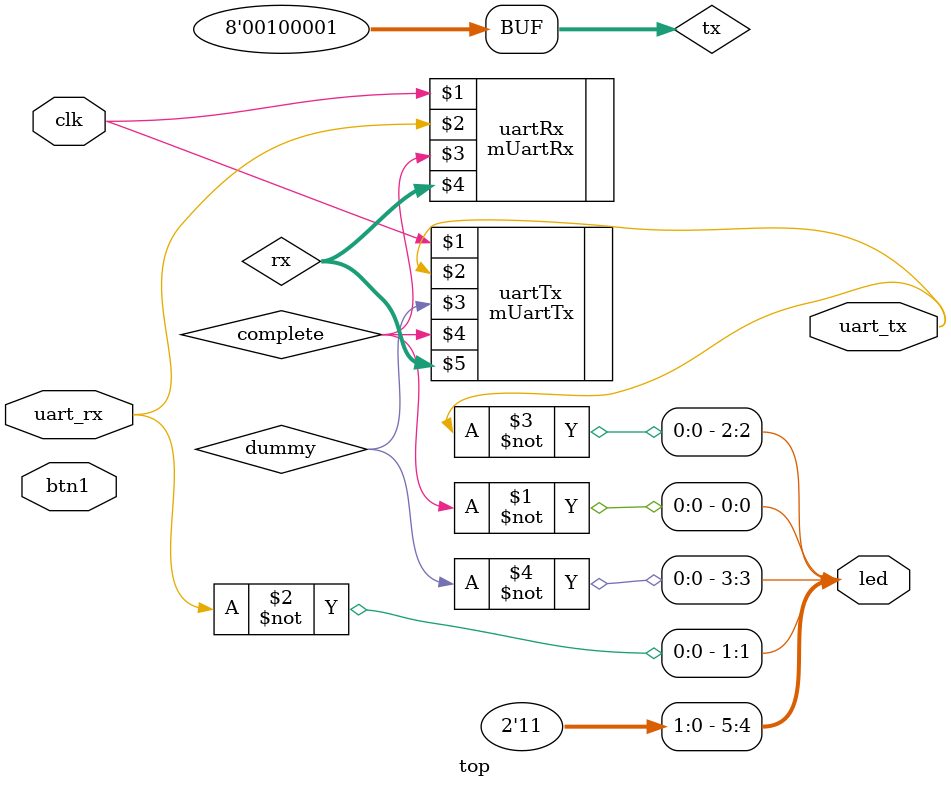
<source format=sv>
`include "uart/mUartRx.sv"
`include "uart/mUartTx.sv"

module top
(
    input btn1,
    input clk,
    input uart_rx,
    output uart_tx,
    output [5:0] led
);

localparam CLK_SPEED = 27000000; // 27MHz
localparam BAUD_RATE = 115200;
reg [7:0] tx = "!";
wire [7:0] rx;
wire complete;
wire dummy;

mUartTx #(CLK_SPEED, BAUD_RATE) uartTx(clk, uart_tx, dummy, complete, rx);
mUartRx #(CLK_SPEED, BAUD_RATE) uartRx(clk, uart_rx, complete, rx);

assign led[0] = ~complete;
assign led[1] = ~uart_rx;
assign led[2] = ~uart_tx;
assign led[3] = ~dummy;
assign led[5:4] = 5'b11111;

endmodule
</source>
